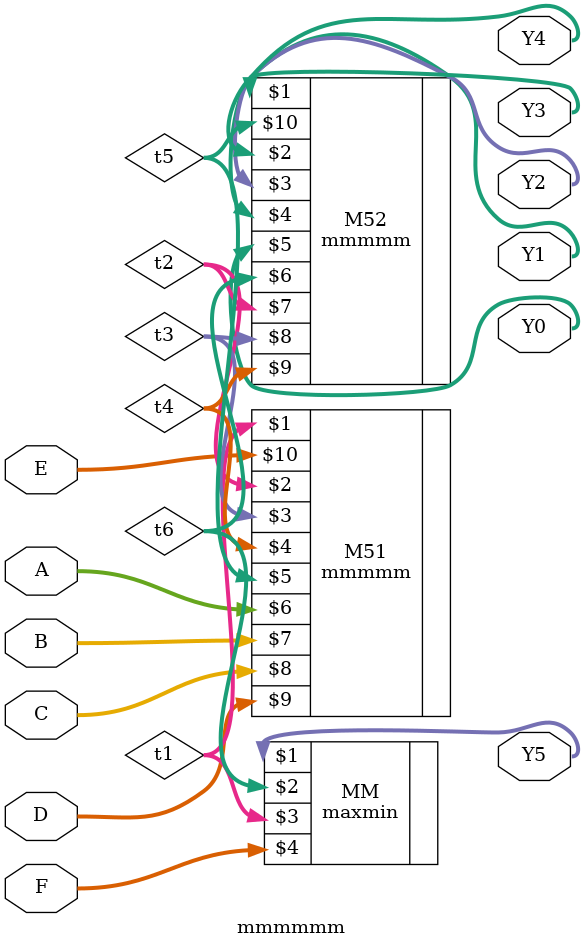
<source format=v>
module mmmmmm (Y5,Y4,Y3,Y2,Y1,Y0,A,B,C,D,E,F);
input wire [7:0] A,B,C,D,E,F;
output wire [7:0] Y5,Y4,Y3,Y2,Y1,Y0;

wire [7:0] t1,t2,t3,t4,t5,t6;

mmmmm M51 (t1,t2,t3,t4,t5,A,B,C,D,E);
maxmin MM (Y5,t6,t1,F);
mmmmm M52 (Y4,Y3,Y2,Y1,Y0,t6,t2,t3,t4,t5);

endmodule
</source>
